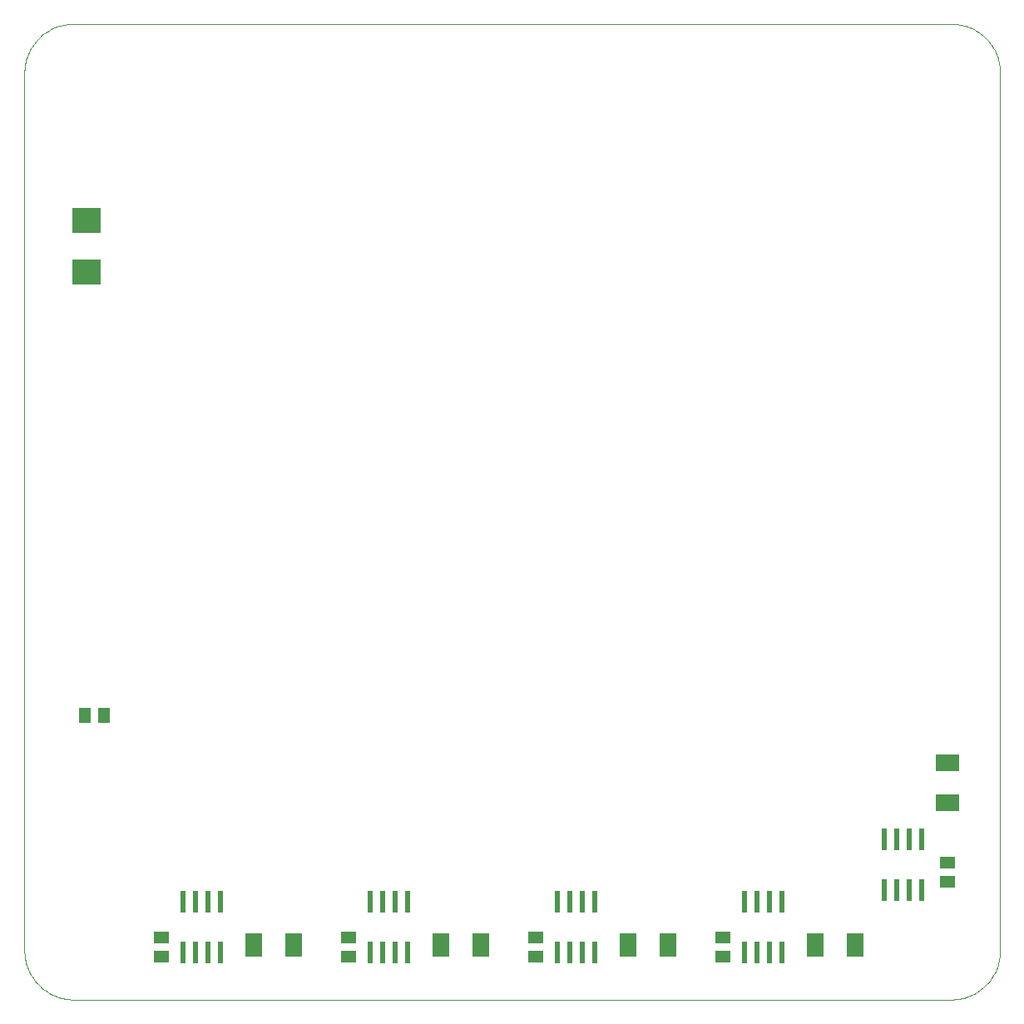
<source format=gbp>
G75*
%MOIN*%
%OFA0B0*%
%FSLAX24Y24*%
%IPPOS*%
%LPD*%
%AMOC8*
5,1,8,0,0,1.08239X$1,22.5*
%
%ADD10C,0.0000*%
%ADD11R,0.0591X0.0512*%
%ADD12R,0.0236X0.0866*%
%ADD13R,0.0709X0.0945*%
%ADD14R,0.0512X0.0591*%
%ADD15R,0.1181X0.0984*%
%ADD16R,0.0945X0.0709*%
D10*
X000100Y002000D02*
X000100Y037231D01*
X000102Y037317D01*
X000107Y037403D01*
X000117Y037488D01*
X000130Y037573D01*
X000147Y037657D01*
X000167Y037741D01*
X000191Y037823D01*
X000219Y037904D01*
X000250Y037985D01*
X000284Y038063D01*
X000322Y038140D01*
X000364Y038216D01*
X000408Y038289D01*
X000456Y038360D01*
X000507Y038430D01*
X000561Y038497D01*
X000617Y038561D01*
X000677Y038623D01*
X000739Y038683D01*
X000803Y038739D01*
X000870Y038793D01*
X000940Y038844D01*
X001011Y038892D01*
X001085Y038936D01*
X001160Y038978D01*
X001237Y039016D01*
X001315Y039050D01*
X001396Y039081D01*
X001477Y039109D01*
X001559Y039133D01*
X001643Y039153D01*
X001727Y039170D01*
X001812Y039183D01*
X001897Y039193D01*
X001983Y039198D01*
X002069Y039200D01*
X037231Y039200D01*
X037317Y039198D01*
X037403Y039193D01*
X037488Y039183D01*
X037573Y039170D01*
X037657Y039153D01*
X037741Y039133D01*
X037823Y039109D01*
X037904Y039081D01*
X037985Y039050D01*
X038063Y039016D01*
X038140Y038978D01*
X038216Y038936D01*
X038289Y038892D01*
X038360Y038844D01*
X038430Y038793D01*
X038497Y038739D01*
X038561Y038683D01*
X038623Y038623D01*
X038683Y038561D01*
X038739Y038497D01*
X038793Y038430D01*
X038844Y038360D01*
X038892Y038289D01*
X038936Y038216D01*
X038978Y038140D01*
X039016Y038063D01*
X039050Y037985D01*
X039081Y037904D01*
X039109Y037823D01*
X039133Y037741D01*
X039153Y037657D01*
X039170Y037573D01*
X039183Y037488D01*
X039193Y037403D01*
X039198Y037317D01*
X039200Y037231D01*
X039200Y002069D01*
X039198Y001983D01*
X039193Y001897D01*
X039183Y001812D01*
X039170Y001727D01*
X039153Y001643D01*
X039133Y001559D01*
X039109Y001477D01*
X039081Y001396D01*
X039050Y001315D01*
X039016Y001237D01*
X038978Y001160D01*
X038936Y001084D01*
X038892Y001011D01*
X038844Y000940D01*
X038793Y000870D01*
X038739Y000803D01*
X038683Y000739D01*
X038623Y000677D01*
X038561Y000617D01*
X038497Y000561D01*
X038430Y000507D01*
X038360Y000456D01*
X038289Y000408D01*
X038216Y000364D01*
X038140Y000322D01*
X038063Y000284D01*
X037985Y000250D01*
X037904Y000219D01*
X037823Y000191D01*
X037741Y000167D01*
X037657Y000147D01*
X037573Y000130D01*
X037488Y000117D01*
X037403Y000107D01*
X037317Y000102D01*
X037231Y000100D01*
X002069Y000100D01*
X001983Y000102D01*
X001897Y000107D01*
X001812Y000117D01*
X001727Y000130D01*
X001643Y000147D01*
X001559Y000167D01*
X001477Y000191D01*
X001396Y000219D01*
X001315Y000250D01*
X001237Y000284D01*
X001160Y000322D01*
X001084Y000364D01*
X001011Y000408D01*
X000940Y000456D01*
X000870Y000507D01*
X000803Y000561D01*
X000739Y000617D01*
X000677Y000677D01*
X000617Y000739D01*
X000561Y000803D01*
X000507Y000870D01*
X000456Y000940D01*
X000408Y001011D01*
X000364Y001085D01*
X000322Y001160D01*
X000284Y001237D01*
X000250Y001315D01*
X000219Y001396D01*
X000191Y001477D01*
X000167Y001559D01*
X000147Y001643D01*
X000130Y001727D01*
X000117Y001812D01*
X000107Y001897D01*
X000102Y001983D01*
X000100Y002069D01*
D11*
X005600Y001826D03*
X005600Y002574D03*
X013100Y002574D03*
X013100Y001826D03*
X020600Y001826D03*
X020600Y002574D03*
X028100Y002574D03*
X028100Y001826D03*
X037100Y004826D03*
X037100Y005574D03*
D12*
X036050Y004476D03*
X035550Y004476D03*
X035050Y004476D03*
X034550Y004476D03*
X034550Y006524D03*
X035050Y006524D03*
X035550Y006524D03*
X036050Y006524D03*
X030450Y004024D03*
X029950Y004024D03*
X029450Y004024D03*
X028950Y004024D03*
X028950Y001976D03*
X029450Y001976D03*
X029950Y001976D03*
X030450Y001976D03*
X022950Y001976D03*
X022450Y001976D03*
X021950Y001976D03*
X021450Y001976D03*
X021450Y004024D03*
X021950Y004024D03*
X022450Y004024D03*
X022950Y004024D03*
X015450Y004024D03*
X014950Y004024D03*
X014450Y004024D03*
X013950Y004024D03*
X013950Y001976D03*
X014450Y001976D03*
X014950Y001976D03*
X015450Y001976D03*
X007950Y001976D03*
X007450Y001976D03*
X006950Y001976D03*
X006450Y001976D03*
X006450Y004024D03*
X006950Y004024D03*
X007450Y004024D03*
X007950Y004024D03*
D13*
X009303Y002300D03*
X010897Y002300D03*
X016803Y002300D03*
X018397Y002300D03*
X024303Y002300D03*
X025897Y002300D03*
X031803Y002300D03*
X033397Y002300D03*
D14*
X003274Y011500D03*
X002526Y011500D03*
D15*
X002600Y029267D03*
X002600Y031333D03*
D16*
X037100Y009597D03*
X037100Y008003D03*
M02*

</source>
